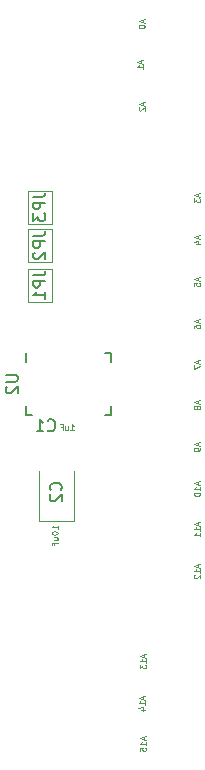
<source format=gbo>
G04 #@! TF.GenerationSoftware,KiCad,Pcbnew,(5.0.0)*
G04 #@! TF.CreationDate,2018-11-05T10:44:16+00:00*
G04 #@! TF.ProjectId,analog,616E616C6F672E6B696361645F706362,rev?*
G04 #@! TF.SameCoordinates,Original*
G04 #@! TF.FileFunction,Legend,Bot*
G04 #@! TF.FilePolarity,Positive*
%FSLAX46Y46*%
G04 Gerber Fmt 4.6, Leading zero omitted, Abs format (unit mm)*
G04 Created by KiCad (PCBNEW (5.0.0)) date 11/05/18 10:44:16*
%MOMM*%
%LPD*%
G01*
G04 APERTURE LIST*
%ADD10C,0.125000*%
%ADD11C,0.120000*%
%ADD12C,0.150000*%
G04 APERTURE END LIST*
D10*
X131869619Y-118844190D02*
X132155333Y-118844190D01*
X132012476Y-118844190D02*
X132012476Y-118344190D01*
X132060095Y-118415619D01*
X132107714Y-118463238D01*
X132155333Y-118487047D01*
X131441047Y-118510857D02*
X131441047Y-118844190D01*
X131655333Y-118510857D02*
X131655333Y-118772761D01*
X131631523Y-118820380D01*
X131583904Y-118844190D01*
X131512476Y-118844190D01*
X131464857Y-118820380D01*
X131441047Y-118796571D01*
X131036285Y-118582285D02*
X131202952Y-118582285D01*
X131202952Y-118844190D02*
X131202952Y-118344190D01*
X130964857Y-118344190D01*
X130782190Y-127226285D02*
X130782190Y-126940571D01*
X130782190Y-127083428D02*
X130282190Y-127083428D01*
X130353619Y-127035809D01*
X130401238Y-126988190D01*
X130425047Y-126940571D01*
X130282190Y-127535809D02*
X130282190Y-127583428D01*
X130306000Y-127631047D01*
X130329809Y-127654857D01*
X130377428Y-127678666D01*
X130472666Y-127702476D01*
X130591714Y-127702476D01*
X130686952Y-127678666D01*
X130734571Y-127654857D01*
X130758380Y-127631047D01*
X130782190Y-127583428D01*
X130782190Y-127535809D01*
X130758380Y-127488190D01*
X130734571Y-127464380D01*
X130686952Y-127440571D01*
X130591714Y-127416761D01*
X130472666Y-127416761D01*
X130377428Y-127440571D01*
X130329809Y-127464380D01*
X130306000Y-127488190D01*
X130282190Y-127535809D01*
X130448857Y-128131047D02*
X130782190Y-128131047D01*
X130448857Y-127916761D02*
X130710761Y-127916761D01*
X130758380Y-127940571D01*
X130782190Y-127988190D01*
X130782190Y-128059619D01*
X130758380Y-128107238D01*
X130734571Y-128131047D01*
X130520285Y-128535809D02*
X130520285Y-128369142D01*
X130782190Y-128369142D02*
X130282190Y-128369142D01*
X130282190Y-128607238D01*
X138005333Y-84097857D02*
X138005333Y-84335952D01*
X138148190Y-84050238D02*
X137648190Y-84216904D01*
X138148190Y-84383571D01*
X137648190Y-84645476D02*
X137648190Y-84693095D01*
X137672000Y-84740714D01*
X137695809Y-84764523D01*
X137743428Y-84788333D01*
X137838666Y-84812142D01*
X137957714Y-84812142D01*
X138052952Y-84788333D01*
X138100571Y-84764523D01*
X138124380Y-84740714D01*
X138148190Y-84693095D01*
X138148190Y-84645476D01*
X138124380Y-84597857D01*
X138100571Y-84574047D01*
X138052952Y-84550238D01*
X137957714Y-84526428D01*
X137838666Y-84526428D01*
X137743428Y-84550238D01*
X137695809Y-84574047D01*
X137672000Y-84597857D01*
X137648190Y-84645476D01*
X137878333Y-87526857D02*
X137878333Y-87764952D01*
X138021190Y-87479238D02*
X137521190Y-87645904D01*
X138021190Y-87812571D01*
X138021190Y-88241142D02*
X138021190Y-87955428D01*
X138021190Y-88098285D02*
X137521190Y-88098285D01*
X137592619Y-88050666D01*
X137640238Y-88003047D01*
X137664047Y-87955428D01*
X138005333Y-91082857D02*
X138005333Y-91320952D01*
X138148190Y-91035238D02*
X137648190Y-91201904D01*
X138148190Y-91368571D01*
X137695809Y-91511428D02*
X137672000Y-91535238D01*
X137648190Y-91582857D01*
X137648190Y-91701904D01*
X137672000Y-91749523D01*
X137695809Y-91773333D01*
X137743428Y-91797142D01*
X137791047Y-91797142D01*
X137862476Y-91773333D01*
X138148190Y-91487619D01*
X138148190Y-91797142D01*
X138132333Y-144819761D02*
X138132333Y-145057857D01*
X138275190Y-144772142D02*
X137775190Y-144938809D01*
X138275190Y-145105476D01*
X138275190Y-145534047D02*
X138275190Y-145248333D01*
X138275190Y-145391190D02*
X137775190Y-145391190D01*
X137846619Y-145343571D01*
X137894238Y-145295952D01*
X137918047Y-145248333D01*
X137775190Y-145986428D02*
X137775190Y-145748333D01*
X138013285Y-145724523D01*
X137989476Y-145748333D01*
X137965666Y-145795952D01*
X137965666Y-145915000D01*
X137989476Y-145962619D01*
X138013285Y-145986428D01*
X138060904Y-146010238D01*
X138179952Y-146010238D01*
X138227571Y-145986428D01*
X138251380Y-145962619D01*
X138275190Y-145915000D01*
X138275190Y-145795952D01*
X138251380Y-145748333D01*
X138227571Y-145724523D01*
X138005333Y-141390761D02*
X138005333Y-141628857D01*
X138148190Y-141343142D02*
X137648190Y-141509809D01*
X138148190Y-141676476D01*
X138148190Y-142105047D02*
X138148190Y-141819333D01*
X138148190Y-141962190D02*
X137648190Y-141962190D01*
X137719619Y-141914571D01*
X137767238Y-141866952D01*
X137791047Y-141819333D01*
X137814857Y-142533619D02*
X138148190Y-142533619D01*
X137624380Y-142414571D02*
X137981523Y-142295523D01*
X137981523Y-142605047D01*
X138132333Y-137834761D02*
X138132333Y-138072857D01*
X138275190Y-137787142D02*
X137775190Y-137953809D01*
X138275190Y-138120476D01*
X138275190Y-138549047D02*
X138275190Y-138263333D01*
X138275190Y-138406190D02*
X137775190Y-138406190D01*
X137846619Y-138358571D01*
X137894238Y-138310952D01*
X137918047Y-138263333D01*
X137775190Y-138715714D02*
X137775190Y-139025238D01*
X137965666Y-138858571D01*
X137965666Y-138930000D01*
X137989476Y-138977619D01*
X138013285Y-139001428D01*
X138060904Y-139025238D01*
X138179952Y-139025238D01*
X138227571Y-139001428D01*
X138251380Y-138977619D01*
X138275190Y-138930000D01*
X138275190Y-138787142D01*
X138251380Y-138739523D01*
X138227571Y-138715714D01*
X142704333Y-116355857D02*
X142704333Y-116593952D01*
X142847190Y-116308238D02*
X142347190Y-116474904D01*
X142847190Y-116641571D01*
X142561476Y-116879666D02*
X142537666Y-116832047D01*
X142513857Y-116808238D01*
X142466238Y-116784428D01*
X142442428Y-116784428D01*
X142394809Y-116808238D01*
X142371000Y-116832047D01*
X142347190Y-116879666D01*
X142347190Y-116974904D01*
X142371000Y-117022523D01*
X142394809Y-117046333D01*
X142442428Y-117070142D01*
X142466238Y-117070142D01*
X142513857Y-117046333D01*
X142537666Y-117022523D01*
X142561476Y-116974904D01*
X142561476Y-116879666D01*
X142585285Y-116832047D01*
X142609095Y-116808238D01*
X142656714Y-116784428D01*
X142751952Y-116784428D01*
X142799571Y-116808238D01*
X142823380Y-116832047D01*
X142847190Y-116879666D01*
X142847190Y-116974904D01*
X142823380Y-117022523D01*
X142799571Y-117046333D01*
X142751952Y-117070142D01*
X142656714Y-117070142D01*
X142609095Y-117046333D01*
X142585285Y-117022523D01*
X142561476Y-116974904D01*
X142704333Y-109497857D02*
X142704333Y-109735952D01*
X142847190Y-109450238D02*
X142347190Y-109616904D01*
X142847190Y-109783571D01*
X142347190Y-110164523D02*
X142347190Y-110069285D01*
X142371000Y-110021666D01*
X142394809Y-109997857D01*
X142466238Y-109950238D01*
X142561476Y-109926428D01*
X142751952Y-109926428D01*
X142799571Y-109950238D01*
X142823380Y-109974047D01*
X142847190Y-110021666D01*
X142847190Y-110116904D01*
X142823380Y-110164523D01*
X142799571Y-110188333D01*
X142751952Y-110212142D01*
X142632904Y-110212142D01*
X142585285Y-110188333D01*
X142561476Y-110164523D01*
X142537666Y-110116904D01*
X142537666Y-110021666D01*
X142561476Y-109974047D01*
X142585285Y-109950238D01*
X142632904Y-109926428D01*
X142704333Y-105941857D02*
X142704333Y-106179952D01*
X142847190Y-105894238D02*
X142347190Y-106060904D01*
X142847190Y-106227571D01*
X142347190Y-106632333D02*
X142347190Y-106394238D01*
X142585285Y-106370428D01*
X142561476Y-106394238D01*
X142537666Y-106441857D01*
X142537666Y-106560904D01*
X142561476Y-106608523D01*
X142585285Y-106632333D01*
X142632904Y-106656142D01*
X142751952Y-106656142D01*
X142799571Y-106632333D01*
X142823380Y-106608523D01*
X142847190Y-106560904D01*
X142847190Y-106441857D01*
X142823380Y-106394238D01*
X142799571Y-106370428D01*
X142704333Y-112926857D02*
X142704333Y-113164952D01*
X142847190Y-112879238D02*
X142347190Y-113045904D01*
X142847190Y-113212571D01*
X142347190Y-113331619D02*
X142347190Y-113664952D01*
X142847190Y-113450666D01*
X142704333Y-98829857D02*
X142704333Y-99067952D01*
X142847190Y-98782238D02*
X142347190Y-98948904D01*
X142847190Y-99115571D01*
X142347190Y-99234619D02*
X142347190Y-99544142D01*
X142537666Y-99377476D01*
X142537666Y-99448904D01*
X142561476Y-99496523D01*
X142585285Y-99520333D01*
X142632904Y-99544142D01*
X142751952Y-99544142D01*
X142799571Y-99520333D01*
X142823380Y-99496523D01*
X142847190Y-99448904D01*
X142847190Y-99306047D01*
X142823380Y-99258428D01*
X142799571Y-99234619D01*
X142704333Y-102385857D02*
X142704333Y-102623952D01*
X142847190Y-102338238D02*
X142347190Y-102504904D01*
X142847190Y-102671571D01*
X142513857Y-103052523D02*
X142847190Y-103052523D01*
X142323380Y-102933476D02*
X142680523Y-102814428D01*
X142680523Y-103123952D01*
X142704333Y-130214761D02*
X142704333Y-130452857D01*
X142847190Y-130167142D02*
X142347190Y-130333809D01*
X142847190Y-130500476D01*
X142847190Y-130929047D02*
X142847190Y-130643333D01*
X142847190Y-130786190D02*
X142347190Y-130786190D01*
X142418619Y-130738571D01*
X142466238Y-130690952D01*
X142490047Y-130643333D01*
X142394809Y-131119523D02*
X142371000Y-131143333D01*
X142347190Y-131190952D01*
X142347190Y-131310000D01*
X142371000Y-131357619D01*
X142394809Y-131381428D01*
X142442428Y-131405238D01*
X142490047Y-131405238D01*
X142561476Y-131381428D01*
X142847190Y-131095714D01*
X142847190Y-131405238D01*
X142704333Y-126658761D02*
X142704333Y-126896857D01*
X142847190Y-126611142D02*
X142347190Y-126777809D01*
X142847190Y-126944476D01*
X142847190Y-127373047D02*
X142847190Y-127087333D01*
X142847190Y-127230190D02*
X142347190Y-127230190D01*
X142418619Y-127182571D01*
X142466238Y-127134952D01*
X142490047Y-127087333D01*
X142847190Y-127849238D02*
X142847190Y-127563523D01*
X142847190Y-127706380D02*
X142347190Y-127706380D01*
X142418619Y-127658761D01*
X142466238Y-127611142D01*
X142490047Y-127563523D01*
X142704333Y-119911857D02*
X142704333Y-120149952D01*
X142847190Y-119864238D02*
X142347190Y-120030904D01*
X142847190Y-120197571D01*
X142847190Y-120388047D02*
X142847190Y-120483285D01*
X142823380Y-120530904D01*
X142799571Y-120554714D01*
X142728142Y-120602333D01*
X142632904Y-120626142D01*
X142442428Y-120626142D01*
X142394809Y-120602333D01*
X142371000Y-120578523D01*
X142347190Y-120530904D01*
X142347190Y-120435666D01*
X142371000Y-120388047D01*
X142394809Y-120364238D01*
X142442428Y-120340428D01*
X142561476Y-120340428D01*
X142609095Y-120364238D01*
X142632904Y-120388047D01*
X142656714Y-120435666D01*
X142656714Y-120530904D01*
X142632904Y-120578523D01*
X142609095Y-120602333D01*
X142561476Y-120626142D01*
X142704333Y-123229761D02*
X142704333Y-123467857D01*
X142847190Y-123182142D02*
X142347190Y-123348809D01*
X142847190Y-123515476D01*
X142847190Y-123944047D02*
X142847190Y-123658333D01*
X142847190Y-123801190D02*
X142347190Y-123801190D01*
X142418619Y-123753571D01*
X142466238Y-123705952D01*
X142490047Y-123658333D01*
X142347190Y-124253571D02*
X142347190Y-124301190D01*
X142371000Y-124348809D01*
X142394809Y-124372619D01*
X142442428Y-124396428D01*
X142537666Y-124420238D01*
X142656714Y-124420238D01*
X142751952Y-124396428D01*
X142799571Y-124372619D01*
X142823380Y-124348809D01*
X142847190Y-124301190D01*
X142847190Y-124253571D01*
X142823380Y-124205952D01*
X142799571Y-124182142D01*
X142751952Y-124158333D01*
X142656714Y-124134523D01*
X142537666Y-124134523D01*
X142442428Y-124158333D01*
X142394809Y-124182142D01*
X142371000Y-124205952D01*
X142347190Y-124253571D01*
D11*
G04 #@! TO.C,JP3*
X130286000Y-98564000D02*
X128286000Y-98564000D01*
X130286000Y-101364000D02*
X130286000Y-98564000D01*
X128286000Y-101364000D02*
X130286000Y-101364000D01*
X128286000Y-98564000D02*
X128286000Y-101364000D01*
G04 #@! TO.C,C2*
X132193000Y-122329000D02*
X132193000Y-126539000D01*
X132193000Y-126539000D02*
X129173000Y-126539000D01*
X129173000Y-126539000D02*
X129173000Y-122329000D01*
G04 #@! TO.C,JP1*
X130286000Y-105168000D02*
X128286000Y-105168000D01*
X130286000Y-107968000D02*
X130286000Y-105168000D01*
X128286000Y-107968000D02*
X130286000Y-107968000D01*
X128286000Y-105168000D02*
X128286000Y-107968000D01*
G04 #@! TO.C,JP2*
X128286000Y-101836000D02*
X128286000Y-104636000D01*
X128286000Y-104636000D02*
X130286000Y-104636000D01*
X130286000Y-104636000D02*
X130286000Y-101836000D01*
X130286000Y-101836000D02*
X128286000Y-101836000D01*
D12*
G04 #@! TO.C,U2*
X128074000Y-117560000D02*
X128599000Y-117560000D01*
X135324000Y-112310000D02*
X134799000Y-112310000D01*
X135324000Y-117560000D02*
X134799000Y-117560000D01*
X128074000Y-112310000D02*
X128074000Y-113085000D01*
X135324000Y-112310000D02*
X135324000Y-113085000D01*
X135324000Y-117560000D02*
X135324000Y-116785000D01*
X128074000Y-117560000D02*
X128074000Y-116785000D01*
G04 #@! TO.C,JP3*
X128738380Y-99115666D02*
X129452666Y-99115666D01*
X129595523Y-99068047D01*
X129690761Y-98972809D01*
X129738380Y-98829952D01*
X129738380Y-98734714D01*
X129738380Y-99591857D02*
X128738380Y-99591857D01*
X128738380Y-99972809D01*
X128786000Y-100068047D01*
X128833619Y-100115666D01*
X128928857Y-100163285D01*
X129071714Y-100163285D01*
X129166952Y-100115666D01*
X129214571Y-100068047D01*
X129262190Y-99972809D01*
X129262190Y-99591857D01*
X128738380Y-100496619D02*
X128738380Y-101115666D01*
X129119333Y-100782333D01*
X129119333Y-100925190D01*
X129166952Y-101020428D01*
X129214571Y-101068047D01*
X129309809Y-101115666D01*
X129547904Y-101115666D01*
X129643142Y-101068047D01*
X129690761Y-101020428D01*
X129738380Y-100925190D01*
X129738380Y-100639476D01*
X129690761Y-100544238D01*
X129643142Y-100496619D01*
G04 #@! TO.C,C2*
X131040142Y-123912333D02*
X131087761Y-123864714D01*
X131135380Y-123721857D01*
X131135380Y-123626619D01*
X131087761Y-123483761D01*
X130992523Y-123388523D01*
X130897285Y-123340904D01*
X130706809Y-123293285D01*
X130563952Y-123293285D01*
X130373476Y-123340904D01*
X130278238Y-123388523D01*
X130183000Y-123483761D01*
X130135380Y-123626619D01*
X130135380Y-123721857D01*
X130183000Y-123864714D01*
X130230619Y-123912333D01*
X130230619Y-124293285D02*
X130183000Y-124340904D01*
X130135380Y-124436142D01*
X130135380Y-124674238D01*
X130183000Y-124769476D01*
X130230619Y-124817095D01*
X130325857Y-124864714D01*
X130421095Y-124864714D01*
X130563952Y-124817095D01*
X131135380Y-124245666D01*
X131135380Y-124864714D01*
G04 #@! TO.C,C1*
X129960666Y-118848142D02*
X130008285Y-118895761D01*
X130151142Y-118943380D01*
X130246380Y-118943380D01*
X130389238Y-118895761D01*
X130484476Y-118800523D01*
X130532095Y-118705285D01*
X130579714Y-118514809D01*
X130579714Y-118371952D01*
X130532095Y-118181476D01*
X130484476Y-118086238D01*
X130389238Y-117991000D01*
X130246380Y-117943380D01*
X130151142Y-117943380D01*
X130008285Y-117991000D01*
X129960666Y-118038619D01*
X129008285Y-118943380D02*
X129579714Y-118943380D01*
X129294000Y-118943380D02*
X129294000Y-117943380D01*
X129389238Y-118086238D01*
X129484476Y-118181476D01*
X129579714Y-118229095D01*
G04 #@! TO.C,JP1*
X128738380Y-105734666D02*
X129452666Y-105734666D01*
X129595523Y-105687047D01*
X129690761Y-105591809D01*
X129738380Y-105448952D01*
X129738380Y-105353714D01*
X129738380Y-106210857D02*
X128738380Y-106210857D01*
X128738380Y-106591809D01*
X128786000Y-106687047D01*
X128833619Y-106734666D01*
X128928857Y-106782285D01*
X129071714Y-106782285D01*
X129166952Y-106734666D01*
X129214571Y-106687047D01*
X129262190Y-106591809D01*
X129262190Y-106210857D01*
X129738380Y-107734666D02*
X129738380Y-107163238D01*
X129738380Y-107448952D02*
X128738380Y-107448952D01*
X128881238Y-107353714D01*
X128976476Y-107258476D01*
X129024095Y-107163238D01*
G04 #@! TO.C,JP2*
X128738380Y-102402666D02*
X129452666Y-102402666D01*
X129595523Y-102355047D01*
X129690761Y-102259809D01*
X129738380Y-102116952D01*
X129738380Y-102021714D01*
X129738380Y-102878857D02*
X128738380Y-102878857D01*
X128738380Y-103259809D01*
X128786000Y-103355047D01*
X128833619Y-103402666D01*
X128928857Y-103450285D01*
X129071714Y-103450285D01*
X129166952Y-103402666D01*
X129214571Y-103355047D01*
X129262190Y-103259809D01*
X129262190Y-102878857D01*
X128833619Y-103831238D02*
X128786000Y-103878857D01*
X128738380Y-103974095D01*
X128738380Y-104212190D01*
X128786000Y-104307428D01*
X128833619Y-104355047D01*
X128928857Y-104402666D01*
X129024095Y-104402666D01*
X129166952Y-104355047D01*
X129738380Y-103783619D01*
X129738380Y-104402666D01*
G04 #@! TO.C,U2*
X126401380Y-114173095D02*
X127210904Y-114173095D01*
X127306142Y-114220714D01*
X127353761Y-114268333D01*
X127401380Y-114363571D01*
X127401380Y-114554047D01*
X127353761Y-114649285D01*
X127306142Y-114696904D01*
X127210904Y-114744523D01*
X126401380Y-114744523D01*
X126496619Y-115173095D02*
X126449000Y-115220714D01*
X126401380Y-115315952D01*
X126401380Y-115554047D01*
X126449000Y-115649285D01*
X126496619Y-115696904D01*
X126591857Y-115744523D01*
X126687095Y-115744523D01*
X126829952Y-115696904D01*
X127401380Y-115125476D01*
X127401380Y-115744523D01*
G04 #@! TD*
M02*

</source>
